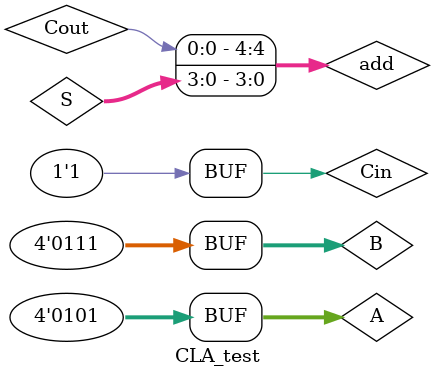
<source format=v>
module CLA_test;
  reg [3:0]A, B; 
  reg Cin;
  wire [3:0] S;
  wire Cout;
  wire[4:0] add; 
  CLA dut(A, B, Cin, S, Cout);  
  assign add = {Cout, S};
  initial begin
    A = 4'b0000; B = 4'b0001; Cin = 1'b0; 
    #10;
    A = 4'b0010; B = 4'b0101; Cin = 1'b1; 
    #10;
    A = 4'b1011; B = 4'b0110; Cin = 1'b0; 
    #10;
    A = 4'b0101; B = 4'b0111; Cin = 1'b1;
    #10;
  end

endmodule                 

</source>
